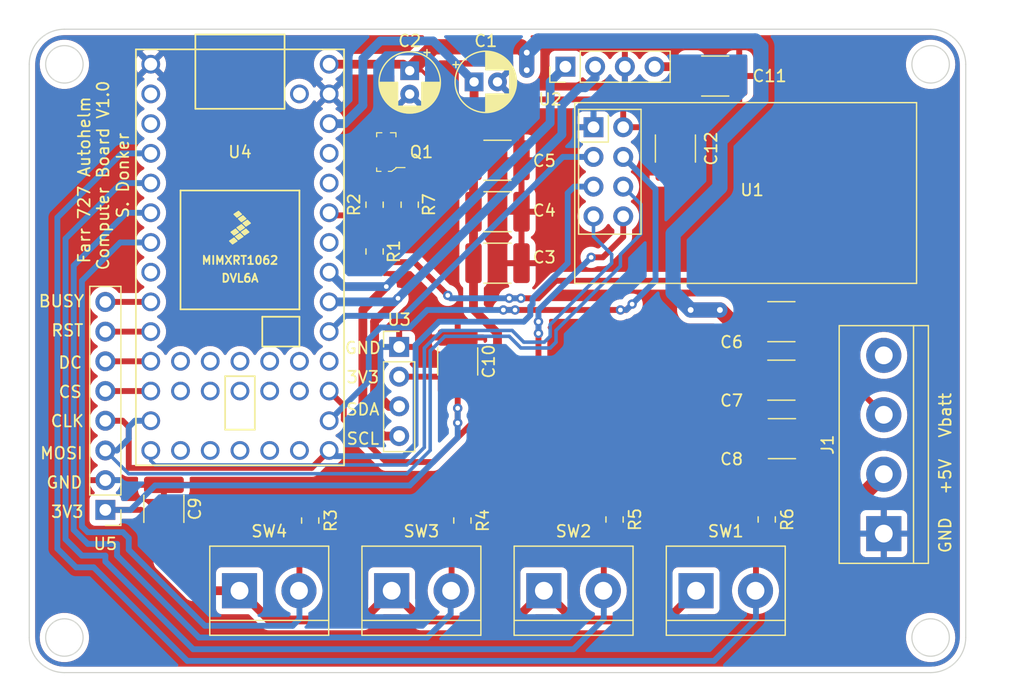
<source format=kicad_pcb>
(kicad_pcb (version 20211014) (generator pcbnew)
  (layers (0 "F.Cu" signal) (31 "B.Cu" signal) (34 "B.Paste" user) (35 "F.Paste" user) (36 "B.SilkS" user "B.Silkscreen") (37 "F.SilkS" user "F.Silkscreen") (38 "B.Mask" user) (39 "F.Mask" user) (44 "Edge.Cuts" user))
  (net 0 "")
  (net 1 "+3.3V")
  (net 2 "Earth")
  (net 3 "+5V")
  (net 4 "+4V")
  (net 6 "Net-(R3-Pad1)")
  (net 7 "Net-(U1-Pad4)")
  (net 8 "CLK")
  (net 9 "MOSI")
  (net 10 "MISO")
  (net 11 "Net-(U1-Pad8)")
  (net 12 "Net-(U2-Pad1)")
  (net 13 "Net-(U2-Pad2)")
  (net 23 "CS")
  (net 24 "DC")
  (net 25 "RST")
  (net 26 "BUSY")
  (net 39 "Net-(R4-Pad1)")
  (net 40 "Net-(R5-Pad1)")
  (net 41 "Net-(R6-Pad1)")
  (net 42 "Net-(Q1-Pad1)")
  (net 44 "CE")
  (net 46 "Net-(Q1-Pad3)")
  (net 47 "Net-(R1-Pad1)")
  (footprint "Connector_PinHeader_2.54mm:PinHeader_1x04_P2.54mm_Vertical" (layer "F.Cu") (at 131.6 94.16)
    (fp_text reference "U3" (at 0 -2.33) (layer "F.SilkS"))
    (fp_text value "RTC_DS3231M_breakout")
    (pad "1" thru_hole rect (at 0 0) (size 1.7 1.7) (drill 1) (layers *.Cu *.Mask) (net 2 "Earth"))
    (pad "2" thru_hole oval (at 0 2.54) (size 1.7 1.7) (drill 1) (layers *.Cu *.Mask) (net 1 "+3.3V"))
    (pad "3" thru_hole oval (at 0 5.08) (size 1.7 1.7) (drill 1) (layers *.Cu *.Mask) (net 13 "Net-(U2-Pad2)"))
    (pad "4" thru_hole oval (at 0 7.62) (size 1.7 1.7) (drill 1) (layers *.Cu *.Mask) (net 12 "Net-(U2-Pad1)"))
  )
  (footprint "Capacitor_SMD:C_1812_4532Metric" (layer "F.Cu") (at 164.3 102)
    (fp_text reference "C8" (at -4.3 1.75) (layer "F.SilkS"))
    (fp_text value "6.8uF")
    (pad "1" smd roundrect (at -2.05 0) (size 1.4 3.4) (layers "F.Cu" "F.Paste" "F.Mask") (roundrect_rratio 0.1785707143) (net 3 "+5V"))
    (pad "2" smd roundrect (at 2.05 0) (size 1.4 3.4) (layers "F.Cu" "F.Paste" "F.Mask") (roundrect_rratio 0.1785707143) (net 2 "Earth"))
  )
  (footprint "Resistor_SMD:R_0805_2012Metric" (layer "F.Cu") (at 163 108.9125 90)
    (fp_text reference "R6" (at 0 1.75 90) (layer "F.SilkS"))
    (fp_text value "10K")
    (pad "1" smd roundrect (at -0.9125 0 90) (size 1.025 1.4) (layers "F.Cu" "F.Paste" "F.Mask") (roundrect_rratio 0.243902439) (net 41 "Net-(R6-Pad1)"))
    (pad "2" smd roundrect (at 0.9125 0 90) (size 1.025 1.4) (layers "F.Cu" "F.Paste" "F.Mask") (roundrect_rratio 0.243902439) (net 2 "Earth"))
  )
  (footprint "TerminalBlock:TerminalBlock_bornier-4_P5.08mm" (layer "F.Cu") (at 173 110.12 90)
    (fp_text reference "J1" (at 7.6 -4.8 90) (layer "F.SilkS"))
    (fp_text value "Screw_Terminal_01x04")
    (pad "1" thru_hole rect (at 0 0 90) (size 3 3) (drill 1.52) (layers *.Cu *.Mask) (net 2 "Earth"))
    (pad "2" thru_hole circle (at 5.08 0 90) (size 3 3) (drill 1.52) (layers *.Cu *.Mask) (net 3 "+5V"))
    (pad "3" thru_hole circle (at 10.16 0 90) (size 3 3) (drill 1.52) (layers *.Cu *.Mask) (net 4 "+4V"))
    (pad "4" thru_hole circle (at 15.24 0 90) (size 3 3) (drill 1.52) (layers *.Cu *.Mask))
  )
  (footprint "digikey-footprints:SOT-23-3" (layer "F.Cu") (at 130.5 77.5 180)
    (fp_text reference "Q1" (at -3 0) (layer "F.SilkS"))
    (fp_text value "2N7002-7-F")
    (pad "1" smd rect locked (at -1.05 -0.95 180) (size 1.3 0.6) (layers "F.Cu" "F.Paste" "F.Mask") (net 42 "Net-(Q1-Pad1)"))
    (pad "2" smd rect locked (at -1.05 0.95 180) (size 1.3 0.6) (layers "F.Cu" "F.Paste" "F.Mask") (net 2 "Earth"))
    (pad "3" smd rect locked (at 1.05 0 180) (size 1.3 0.6) (layers "F.Cu" "F.Paste" "F.Mask") (net 46 "Net-(Q1-Pad3)"))
  )
  (footprint "teensy:Teensy40" (layer "F.Cu") (at 118 86.5 -90)
    (fp_text reference "U4" (at -9 0) (layer "F.SilkS"))
    (fp_text value "Teensy4.0")
    (fp_text user "DVL6A" (at 1.778 0) (layer "F.SilkS") (effects (font (size 0.7 0.7))))
    (fp_text user "MIMXRT1062" (at 0.254 0) (layer "F.SilkS") (effects (font (size 0.7 0.7))))
    (pad "1" thru_hole circle locked (at -16.51 7.62 270) (size 1.6 1.6) (drill 1.1) (layers *.Cu *.Mask) (net 2 "Earth"))
    (pad "2" thru_hole circle locked (at -13.97 7.62 270) (size 1.6 1.6) (drill 1.1) (layers *.Cu *.Mask))
    (pad "3" thru_hole circle locked (at -11.43 7.62 270) (size 1.6 1.6) (drill 1.1) (layers *.Cu *.Mask))
    (pad "4" thru_hole circle locked (at -8.89 7.62 270) (size 1.6 1.6) (drill 1.1) (layers *.Cu *.Mask) (net 41 "Net-(R6-Pad1)"))
    (pad "5" thru_hole circle locked (at -6.35 7.62 270) (size 1.6 1.6) (drill 1.1) (layers *.Cu *.Mask) (net 40 "Net-(R5-Pad1)"))
    (pad "6" thru_hole circle locked (at -3.81 7.62 270) (size 1.6 1.6) (drill 1.1) (layers *.Cu *.Mask) (net 39 "Net-(R4-Pad1)"))
    (pad "7" thru_hole circle locked (at -1.27 7.62 270) (size 1.6 1.6) (drill 1.1) (layers *.Cu *.Mask) (net 6 "Net-(R3-Pad1)"))
    (pad "8" thru_hole circle locked (at 1.27 7.62 270) (size 1.6 1.6) (drill 1.1) (layers *.Cu *.Mask))
    (pad "9" thru_hole circle locked (at 3.81 7.62 270) (size 1.6 1.6) (drill 1.1) (layers *.Cu *.Mask) (net 26 "BUSY"))
    (pad "10" thru_hole circle locked (at 6.35 7.62 270) (size 1.6 1.6) (drill 1.1) (layers *.Cu *.Mask) (net 25 "RST"))
    (pad "11" thru_hole circle locked (at 8.89 7.62 270) (size 1.6 1.6) (drill 1.1) (layers *.Cu *.Mask) (net 24 "DC"))
    (pad "12" thru_hole circle locked (at 11.43 7.62 270) (size 1.6 1.6) (drill 1.1) (layers *.Cu *.Mask) (net 23 "CS"))
    (pad "13" thru_hole circle locked (at 13.97 7.62 270) (size 1.6 1.6) (drill 1.1) (layers *.Cu *.Mask) (net 9 "MOSI"))
    (pad "14" thru_hole circle locked (at 16.51 7.62 270) (size 1.6 1.6) (drill 1.1) (layers *.Cu *.Mask) (net 10 "MISO"))
    (pad "15" thru_hole circle locked (at 16.51 5.08 270) (size 1.6 1.6) (drill 1.1) (layers *.Cu *.Mask))
    (pad "16" thru_hole circle locked (at 16.51 2.54 270) (size 1.6 1.6) (drill 1.1) (layers *.Cu *.Mask))
    (pad "17" thru_hole circle locked (at 16.51 0 270) (size 1.6 1.6) (drill 1.1) (layers *.Cu *.Mask))
    (pad "18" thru_hole circle locked (at 16.51 -2.54 270) (size 1.6 1.6) (drill 1.1) (layers *.Cu *.Mask))
    (pad "19" thru_hole circle locked (at 16.51 -5.08 270) (size 1.6 1.6) (drill 1.1) (layers *.Cu *.Mask))
    (pad "20" thru_hole circle locked (at 16.51 -7.62 270) (size 1.6 1.6) (drill 1.1) (layers *.Cu *.Mask) (net 8 "CLK"))
    (pad "21" thru_hole circle locked (at 13.97 -7.62 270) (size 1.6 1.6) (drill 1.1) (layers *.Cu *.Mask) (net 7 "Net-(U1-Pad4)"))
    (pad "22" thru_hole circle locked (at 11.43 -7.62 270) (size 1.6 1.6) (drill 1.1) (layers *.Cu *.Mask) (net 11 "Net-(U1-Pad8)"))
    (pad "23" thru_hole circle locked (at 8.89 -7.62 270) (size 1.6 1.6) (drill 1.1) (layers *.Cu *.Mask))
    (pad "24" thru_hole circle locked (at 6.35 -7.62 270) (size 1.6 1.6) (drill 1.1) (layers *.Cu *.Mask) (net 44 "CE"))
    (pad "25" thru_hole circle locked (at 3.81 -7.62 270) (size 1.6 1.6) (drill 1.1) (layers *.Cu *.Mask) (net 13 "Net-(U2-Pad2)"))
    (pad "26" thru_hole circle locked (at 1.27 -7.62 270) (size 1.6 1.6) (drill 1.1) (layers *.Cu *.Mask) (net 12 "Net-(U2-Pad1)"))
    (pad "27" thru_hole circle locked (at -1.27 -7.62 270) (size 1.6 1.6) (drill 1.1) (layers *.Cu *.Mask))
    (pad "28" thru_hole circle locked (at -3.81 -7.62 270) (size 1.6 1.6) (drill 1.1) (layers *.Cu *.Mask) (net 47 "Net-(R1-Pad1)"))
    (pad "29" thru_hole circle locked (at -6.35 -7.62 270) (size 1.6 1.6) (drill 1.1) (layers *.Cu *.Mask))
    (pad "30" thru_hole circle locked (at -8.89 -7.62 270) (size 1.6 1.6) (drill 1.1) (layers *.Cu *.Mask))
    (pad "31" thru_hole circle locked (at -11.43 -7.62 270) (size 1.6 1.6) (drill 1.1) (layers *.Cu *.Mask) (net 1 "+3.3V"))
    (pad "32" thru_hole circle locked (at -13.97 -7.62 270) (size 1.6 1.6) (drill 1.1) (layers *.Cu *.Mask) (net 2 "Earth"))
    (pad "33" thru_hole circle locked (at -16.51 -7.62 270) (size 1.6 1.6) (drill 1.1) (layers *.Cu *.Mask) (net 3 "+5V"))
    (pad "34" thru_hole circle locked (at -13.97 -5.08 270) (size 1.6 1.6) (drill 1.1) (layers *.Cu *.Mask))
    (pad "35" thru_hole circle locked (at 11.43 -5.08 270) (size 1.6 1.6) (drill 1.1) (layers *.Cu *.Mask))
    (pad "36" thru_hole circle locked (at 8.89 -5.08 270) (size 1.6 1.6) (drill 1.1) (layers *.Cu *.Mask))
    (pad "37" thru_hole circle locked (at 11.43 -2.54 270) (size 1.6 1.6) (drill 1.1) (layers *.Cu *.Mask))
    (pad "38" thru_hole circle locked (at 8.89 -2.54 270) (size 1.6 1.6) (drill 1.1) (layers *.Cu *.Mask))
    (pad "39" thru_hole circle locked (at 11.43 0 270) (size 1.6 1.6) (drill 1.1) (layers *.Cu *.Mask))
    (pad "40" thru_hole circle locked (at 8.89 0 270) (size 1.6 1.6) (drill 1.1) (layers *.Cu *.Mask))
    (pad "41" thru_hole circle locked (at 11.43 2.54 270) (size 1.6 1.6) (drill 1.1) (layers *.Cu *.Mask))
    (pad "42" thru_hole circle locked (at 8.89 2.54 270) (size 1.6 1.6) (drill 1.1) (layers *.Cu *.Mask))
    (pad "43" thru_hole circle locked (at 11.43 5.08 270) (size 1.6 1.6) (drill 1.1) (layers *.Cu *.Mask))
    (pad "44" thru_hole circle locked (at 8.89 5.08 270) (size 1.6 1.6) (drill 1.1) (layers *.Cu *.Mask))
  )
  (footprint "Resistor_SMD:R_0805_2012Metric" (layer "F.Cu") (at 129.5 86 -90)
    (fp_text reference "R1" (at 0 -1.65 90) (layer "F.SilkS"))
    (fp_text value "6.8K")
    (pad "1" smd roundrect (at -0.9125 0 270) (size 1.025 1.4) (layers "F.Cu" "F.Paste" "F.Mask") (roundrect_rratio 0.243902439) (net 47 "Net-(R1-Pad1)"))
    (pad "2" smd roundrect (at 0.9125 0 270) (size 1.025 1.4) (layers "F.Cu" "F.Paste" "F.Mask") (roundrect_rratio 0.243902439) (net 4 "+4V"))
  )
  (footprint "Capacitor_SMD:C_1812_4532Metric" (layer "F.Cu") (at 164.25 92)
    (fp_text reference "C6" (at -4.25 1.75) (layer "F.SilkS"))
    (fp_text value "6.8uF")
    (pad "1" smd roundrect (at -2.05 0) (size 1.4 3.4) (layers "F.Cu" "F.Paste" "F.Mask") (roundrect_rratio 0.1785707143) (net 3 "+5V"))
    (pad "2" smd roundrect (at 2.05 0) (size 1.4 3.4) (layers "F.Cu" "F.Paste" "F.Mask") (roundrect_rratio 0.1785707143) (net 2 "Earth"))
  )
  (footprint "Capacitor_SMD:C_1812_4532Metric" (layer "F.Cu") (at 140 78.2)
    (fp_text reference "C5" (at 4 0.05) (layer "F.SilkS"))
    (fp_text value "6.8uF")
    (pad "1" smd roundrect (at -2.05 0) (size 1.4 3.4) (layers "F.Cu" "F.Paste" "F.Mask") (roundrect_rratio 0.1785707143) (net 1 "+3.3V"))
    (pad "2" smd roundrect (at 2.05 0) (size 1.4 3.4) (layers "F.Cu" "F.Paste" "F.Mask") (roundrect_rratio 0.1785707143) (net 2 "Earth"))
  )
  (footprint "TerminalBlock:TerminalBlock_bornier-2_P5.08mm" (layer "F.Cu") (at 130.96 115)
    (fp_text reference "SW3" (at 2.54 -5.08) (layer "F.SilkS"))
    (fp_text value "SW_Push")
    (pad "1" thru_hole rect (at 0 0) (size 3 3) (drill 1.52) (layers *.Cu *.Mask) (net 1 "+3.3V"))
    (pad "2" thru_hole circle (at 5.08 0) (size 3 3) (drill 1.52) (layers *.Cu *.Mask) (net 39 "Net-(R4-Pad1)"))
  )
  (footprint "TerminalBlock:TerminalBlock_bornier-2_P5.08mm" (layer "F.Cu") (at 117.96 115)
    (fp_text reference "SW4" (at 2.54 -5.08) (layer "F.SilkS"))
    (fp_text value "SW_Push")
    (pad "1" thru_hole rect (at 0 0) (size 3 3) (drill 1.52) (layers *.Cu *.Mask) (net 1 "+3.3V"))
    (pad "2" thru_hole circle (at 5.08 0) (size 3 3) (drill 1.52) (layers *.Cu *.Mask) (net 6 "Net-(R3-Pad1)"))
  )
  (footprint "Resistor_SMD:R_0805_2012Metric" (layer "F.Cu") (at 132.5 82 -90)
    (fp_text reference "R7" (at 0 -1.65 90) (layer "F.SilkS"))
    (fp_text value "1K")
    (pad "1" smd roundrect (at -0.9125 0 270) (size 1.025 1.4) (layers "F.Cu" "F.Paste" "F.Mask") (roundrect_rratio 0.243902439) (net 3 "+5V"))
    (pad "2" smd roundrect (at 0.9125 0 270) (size 1.025 1.4) (layers "F.Cu" "F.Paste" "F.Mask") (roundrect_rratio 0.243902439) (net 42 "Net-(Q1-Pad1)"))
  )
  (footprint "TerminalBlock:TerminalBlock_bornier-2_P5.08mm" (layer "F.Cu") (at 143.96 115)
    (fp_text reference "SW2" (at 2.54 -5.08) (layer "F.SilkS"))
    (fp_text value "SW_Push")
    (pad "1" thru_hole rect (at 0 0) (size 3 3) (drill 1.52) (layers *.Cu *.Mask) (net 1 "+3.3V"))
    (pad "2" thru_hole circle (at 5.08 0) (size 3 3) (drill 1.52) (layers *.Cu *.Mask) (net 40 "Net-(R5-Pad1)"))
  )
  (footprint "TerminalBlock:TerminalBlock_bornier-2_P5.08mm" (layer "F.Cu") (at 156.96 115)
    (fp_text reference "SW1" (at 2.54 -5.08) (layer "F.SilkS"))
    (fp_text value "SW_Push")
    (pad "1" thru_hole rect (at 0 0) (size 3 3) (drill 1.52) (layers *.Cu *.Mask) (net 1 "+3.3V"))
    (pad "2" thru_hole circle (at 5.08 0) (size 3 3) (drill 1.52) (layers *.Cu *.Mask) (net 41 "Net-(R6-Pad1)"))
  )
  (footprint "Capacitor_SMD:C_1812_4532Metric" (layer "F.Cu") (at 164.25 97)
    (fp_text reference "C7" (at -4.25 1.75) (layer "F.SilkS"))
    (fp_text value "6.8uF")
    (pad "1" smd roundrect (at -2.05 0) (size 1.4 3.4) (layers "F.Cu" "F.Paste" "F.Mask") (roundrect_rratio 0.1785707143) (net 3 "+5V"))
    (pad "2" smd roundrect (at 2.05 0) (size 1.4 3.4) (layers "F.Cu" "F.Paste" "F.Mask") (roundrect_rratio 0.1785707143) (net 2 "Earth"))
  )
  (footprint "RF_Module:nRF24L01_Breakout" (layer "F.Cu") (at 148.2 75.375)
    (fp_text reference "U1" (at 13.55 5.375) (layer "F.SilkS"))
    (fp_text value "NRF24L01_Breakout")
    (pad "1" thru_hole rect (at 0 0) (size 1.7 1.7) (drill 1) (layers *.Cu *.Mask) (net 2 "Earth"))
    (pad "2" thru_hole circle (at 2.54 0) (size 1.7 1.7) (drill 1) (layers *.Cu *.Mask) (net 1 "+3.3V"))
    (pad "3" thru_hole circle (at 0 2.54) (size 1.7 1.7) (drill 1) (layers *.Cu *.Mask) (net 44 "CE"))
    (pad "4" thru_hole circle (at 2.54 2.54) (size 1.7 1.7) (drill 1) (layers *.Cu *.Mask) (net 7 "Net-(U1-Pad4)"))
    (pad "5" thru_hole circle (at 0 5.08) (size 1.7 1.7) (drill 1) (layers *.Cu *.Mask) (net 8 "CLK"))
    (pad "6" thru_hole circle (at 2.54 5.08) (size 1.7 1.7) (drill 1) (layers *.Cu *.Mask) (net 9 "MOSI"))
    (pad "7" thru_hole circle (at 0 7.62) (size 1.7 1.7) (drill 1) (layers *.Cu *.Mask) (net 10 "MISO"))
    (pad "8" thru_hole circle (at 2.54 7.62) (size 1.7 1.7) (drill 1) (layers *.Cu *.Mask) (net 11 "Net-(U1-Pad8)"))
  )
  (footprint "Capacitor_THT:CP_Radial_D5.0mm_P2.00mm" (layer "F.Cu") (at 132.5 70.544888 -90)
    (fp_text reference "C2" (at -2.544888 0) (layer "F.SilkS"))
    (fp_text value "220uF")
    (pad "1" thru_hole rect (at 0 0 270) (size 1.6 1.6) (drill 0.8) (layers *.Cu *.Mask) (net 3 "+5V"))
    (pad "2" thru_hole circle (at 2 0 270) (size 1.6 1.6) (drill 0.8) (layers *.Cu *.Mask) (net 2 "Earth"))
  )
  (footprint "Resistor_SMD:R_0805_2012Metric" (layer "F.Cu") (at 150 108.9125 90)
    (fp_text reference "R5" (at 0 1.75 90) (layer "F.SilkS"))
    (fp_text value "10K")
    (pad "1" smd roundrect (at -0.9125 0 90) (size 1.025 1.4) (layers "F.Cu" "F.Paste" "F.Mask") (roundrect_rratio 0.243902439) (net 40 "Net-(R5-Pad1)"))
    (pad "2" smd roundrect (at 0.9125 0 90) (size 1.025 1.4) (layers "F.Cu" "F.Paste" "F.Mask") (roundrect_rratio 0.243902439) (net 2 "Earth"))
  )
  (footprint "Resistor_SMD:R_0805_2012Metric" (layer "F.Cu") (at 124 109 90)
    (fp_text reference "R3" (at 0 1.75 90) (layer "F.SilkS"))
    (fp_text value "10K")
    (pad "1" smd roundrect (at -0.9125 0 90) (size 1.025 1.4) (layers "F.Cu" "F.Paste" "F.Mask") (roundrect_rratio 0.243902439) (net 6 "Net-(R3-Pad1)"))
    (pad "2" smd roundrect (at 0.9125 0 90) (size 1.025 1.4) (layers "F.Cu" "F.Paste" "F.Mask") (roundrect_rratio 0.243902439) (net 2 "Earth"))
  )
  (footprint "Capacitor_SMD:C_1812_4532Metric" (layer "F.Cu") (at 136.6 95.4 -90)
    (fp_text reference "C10" (at 0 -2.65 90) (layer "F.SilkS"))
    (fp_text value "0.1uF")
    (pad "1" smd roundrect (at -2.05 0 270) (size 1.4 3.4) (layers "F.Cu" "F.Paste" "F.Mask") (roundrect_rratio 0.1785707143) (net 2 "Earth"))
    (pad "2" smd roundrect (at 2.05 0 270) (size 1.4 3.4) (layers "F.Cu" "F.Paste" "F.Mask") (roundrect_rratio 0.1785707143) (net 1 "+3.3V"))
  )
  (footprint "Capacitor_SMD:C_1812_4532Metric" (layer "F.Cu") (at 111.5 108 -90)
    (fp_text reference "C9" (at 0 -2.65 90) (layer "F.SilkS"))
    (fp_text value "0.1uF")
    (pad "1" smd roundrect (at -2.05 0 270) (size 1.4 3.4) (layers "F.Cu" "F.Paste" "F.Mask") (roundrect_rratio 0.1785707143) (net 2 "Earth"))
    (pad "2" smd roundrect (at 2.05 0 270) (size 1.4 3.4) (layers "F.Cu" "F.Paste" "F.Mask") (roundrect_rratio 0.1785707143) (net 1 "+3.3V"))
  )
  (footprint "Capacitor_SMD:C_1812_4532Metric" (layer "F.Cu") (at 155.2 77.2 90)
    (fp_text reference "C12" (at 0 3.05 90) (layer "F.SilkS"))
    (fp_text value "0.1uF")
    (pad "1" smd roundrect (at -2.05 0 90) (size 1.4 3.4) (layers "F.Cu" "F.Paste" "F.Mask") (roundrect_rratio 0.1785707143) (net 2 "Earth"))
    (pad "2" smd roundrect (at 2.05 0 90) (size 1.4 3.4) (layers "F.Cu" "F.Paste" "F.Mask") (roundrect_rratio 0.1785707143) (net 1 "+3.3V"))
  )
  (footprint "Resistor_SMD:R_0805_2012Metric" (layer "F.Cu") (at 129.5 82 -90)
    (fp_text reference "R2" (at 0 1.75 90) (layer "F.SilkS"))
    (fp_text value "10K")
    (pad "1" smd roundrect (at -0.9125 0 270) (size 1.025 1.4) (layers "F.Cu" "F.Paste" "F.Mask") (roundrect_rratio 0.243902439) (net 46 "Net-(Q1-Pad3)"))
    (pad "2" smd roundrect (at 0.9125 0 270) (size 1.025 1.4) (layers "F.Cu" "F.Paste" "F.Mask") (roundrect_rratio 0.243902439) (net 47 "Net-(R1-Pad1)"))
  )
  (footprint "Connector_PinHeader_2.54mm:PinHeader_1x04_P2.54mm_Vertical" (layer "F.Cu") (at 145.8 70.2 90)
    (fp_text reference "U2" (at -2.8 -1.3) (layer "F.SilkS"))
    (fp_text value "MiniIMU-9_V5")
    (pad "1" thru_hole rect (at 0 0 90) (size 1.7 1.7) (drill 1) (layers *.Cu *.Mask) (net 12 "Net-(U2-Pad1)"))
    (pad "2" thru_hole oval (at 0 2.54 90) (size 1.7 1.7) (drill 1) (layers *.Cu *.Mask) (net 13 "Net-(U2-Pad2)"))
    (pad "3" thru_hole oval (at 0 5.08 90) (size 1.7 1.7) (drill 1) (layers *.Cu *.Mask) (net 2 "Earth"))
    (pad "4" thru_hole oval (at 0 7.62 90) (size 1.7 1.7) (drill 1) (layers *.Cu *.Mask) (net 1 "+3.3V"))
  )
  (footprint "Capacitor_SMD:C_1812_4532Metric" (layer "F.Cu") (at 158.6 71 180)
    (fp_text reference "C11" (at -4.65 0) (layer "F.SilkS"))
    (fp_text value "0.1uF")
    (pad "1" smd roundrect (at -2.05 0 180) (size 1.4 3.4) (layers "F.Cu" "F.Paste" "F.Mask") (roundrect_rratio 0.1785707143) (net 2 "Earth"))
    (pad "2" smd roundrect (at 2.05 0 180) (size 1.4 3.4) (layers "F.Cu" "F.Paste" "F.Mask") (roundrect_rratio 0.1785707143) (net 1 "+3.3V"))
  )
  (footprint "Capacitor_SMD:C_1812_4532Metric" (layer "F.Cu") (at 140 87)
    (fp_text reference "C3" (at 4 -0.5) (layer "F.SilkS"))
    (fp_text value "6.8uF")
    (pad "1" smd roundrect (at -2.05 0) (size 1.4 3.4) (layers "F.Cu" "F.Paste" "F.Mask") (roundrect_rratio 0.1785707143) (net 1 "+3.3V"))
    (pad "2" smd roundrect (at 2.05 0) (size 1.4 3.4) (layers "F.Cu" "F.Paste" "F.Mask") (roundrect_rratio 0.1785707143) (net 2 "Earth"))
  )
  (footprint "Resistor_SMD:R_0805_2012Metric" (layer "F.Cu") (at 137 109 90)
    (fp_text reference "R4" (at 0 1.75 90) (layer "F.SilkS"))
    (fp_text value "10K")
    (pad "1" smd roundrect (at -0.9125 0 90) (size 1.025 1.4) (layers "F.Cu" "F.Paste" "F.Mask") (roundrect_rratio 0.243902439) (net 39 "Net-(R4-Pad1)"))
    (pad "2" smd roundrect (at 0.9125 0 90) (size 1.025 1.4) (layers "F.Cu" "F.Paste" "F.Mask") (roundrect_rratio 0.243902439) (net 2 "Earth"))
  )
  (footprint "Capacitor_THT:CP_Radial_D5.0mm_P2.00mm" (layer "F.Cu") (at 138 71.5)
    (fp_text reference "C1" (at 1 -3.5) (layer "F.SilkS"))
    (fp_text value "220uF")
    (pad "1" thru_hole rect (at 0 0) (size 1.6 1.6) (drill 0.8) (layers *.Cu *.Mask) (net 1 "+3.3V"))
    (pad "2" thru_hole circle (at 2 0) (size 1.6 1.6) (drill 0.8) (layers *.Cu *.Mask) (net 2 "Earth"))
  )
  (footprint "Connector_PinHeader_2.54mm:PinHeader_1x08_P2.54mm_Vertical" (layer "F.Cu") (at 106.5 108.09 180)
    (fp_text reference "U5" (at 0 -2.91) (layer "F.SilkS"))
    (fp_text value "e-Paper_Waveshare")
    (pad "1" thru_hole rect (at 0 0 180) (size 1.7 1.7) (drill 1) (layers *.Cu *.Mask) (net 1 "+3.3V"))
    (pad "2" thru_hole oval (at 0 2.54 180) (size 1.7 1.7) (drill 1) (layers *.Cu *.Mask) (net 2 "Earth"))
    (pad "3" thru_hole oval (at 0 5.08 180) (size 1.7 1.7) (drill 1) (layers *.Cu *.Mask) (net 9 "MOSI"))
    (pad "4" thru_hole oval (at 0 7.62 180) (size 1.7 1.7) (drill 1) (layers *.Cu *.Mask) (net 8 "CLK"))
    (pad "5" thru_hole oval (at 0 10.16 180) (size 1.7 1.7) (drill 1) (layers *.Cu *.Mask) (net 23 "CS"))
    (pad "6" thru_hole oval (at 0 12.7 180) (size 1.7 1.7) (drill 1) (layers *.Cu *.Mask) (net 24 "DC"))
    (pad "7" thru_hole oval (at 0 15.24 180) (size 1.7 1.7) (drill 1) (layers *.Cu *.Mask) (net 25 "RST"))
    (pad "8" thru_hole oval (at 0 17.78 180) (size 1.7 1.7) (drill 1) (layers *.Cu *.Mask) (net 26 "BUSY"))
  )
  (footprint "Capacitor_SMD:C_1812_4532Metric" (layer "F.Cu") (at 140 82.6)
    (fp_text reference "C4" (at 4 -0.1) (layer "F.SilkS"))
    (fp_text value "6.8uF")
    (pad "1" smd roundrect (at -2.05 0) (size 1.4 3.4) (layers "F.Cu" "F.Paste" "F.Mask") (roundrect_rratio 0.1785707143) (net 1 "+3.3V"))
    (pad "2" smd roundrect (at 2.05 0) (size 1.4 3.4) (layers "F.Cu" "F.Paste" "F.Mask") (roundrect_rratio 0.1785707143) (net 2 "Earth"))
  )
  (gr_circle (center 177 70) (end 177 68.4) (layer "Edge.Cuts") (width 0.1) (fill none))
  (gr_arc (start 177 67) (mid 179.12132 67.87868) (end 180 70) (layer "Edge.Cuts") (width 0.1))
  (gr_arc (start 103 122) (mid 100.87868 121.12132) (end 100 119) (layer "Edge.Cuts") (width 0.1))
  (gr_line (start 100 70) (end 100 119) (layer "Edge.Cuts") (width 0.1))
  (gr_arc (start 100 70) (mid 100.87868 67.87868) (end 103 67) (layer "Edge.Cuts") (width 0.1))
  (gr_circle (center 177 119) (end 178.6 119) (layer "Edge.Cuts") (width 0.1) (fill none))
  (gr_line (start 103 67) (end 177 67) (layer "Edge.Cuts") (width 0.1))
  (gr_circle (center 103 119) (end 104.6 119) (layer "Edge.Cuts") (width 0.1) (fill none))
  (gr_circle (center 103 70) (end 103 68.4) (layer "Edge.Cuts") (width 0.1) (fill none))
  (gr_line (start 103 122) (end 177 122) (layer "Edge.Cuts") (width 0.1))
  (gr_arc (start 180 119) (mid 179.12132 121.12132) (end 177 122) (layer "Edge.Cuts") (width 0.1))
  (gr_line (start 180 119) (end 180 70) (layer "Edge.Cuts") (width 0.1))
  (gr_text "MOSI" (at 102.75 103.25) (layer "F.SilkS") (effects (font (size 1 1))))
  (gr_text "GND" (at 178.25 110.25 90) (layer "F.SilkS") (effects (font (size 1 1))))
  (gr_text "BUSY" (at 102.75 90.25) (layer "F.SilkS") (effects (font (size 1 1))))
  (gr_text "GND" (at 128.5 94.25) (layer "F.SilkS") (effects (font (size 1 1))))
  (gr_text "DC" (at 103.5 95.5) (layer "F.SilkS") (effects (font (size 1 1))))
  (gr_text "RST" (at 103.25 92.75) (layer "F.SilkS") (effects (font (size 1 1))))
  (gr_text "CLK\n" (at 103.25 100.5) (layer "F.SilkS") (effects (font (size 1 1))))
  (gr_text "SDA" (at 128.5 99.5) (layer "F.SilkS") (effects (font (size 1 1))))
  (gr_text "3V3" (at 128.5 96.75) (layer "F.SilkS") (effects (font (size 1 1))))
  (gr_text "GND" (at 103 105.75) (layer "F.SilkS") (effects (font (size 1 1))))
  (gr_text "CS" (at 103.5 98) (layer "F.SilkS") (effects (font (size 1 1))))
  (gr_text "Farr 727 Autohelm \nComputer Board V1.0\n" (at 105.5 79.5 90) (layer "F.SilkS") (effects (font (size 1 1))))
  (gr_text "SCL" (at 128.5 102) (layer "F.SilkS") (effects (font (size 1 1))))
  (gr_text "3V3" (at 103.25 108.25) (layer "F.SilkS") (effects (font (size 1 1))))
  (gr_text "Vbatt" (at 178.25 100 90) (layer "F.SilkS") (effects (font (size 1 1))))
  (gr_text "S. Donker" (at 108 79.5 90) (layer "F.SilkS") (effects (font (size 1 1))))
  (gr_text "+5V" (at 178.25 105.25 90) (layer "F.SilkS") (effects (font (size 1 1))))
  (segment (start 154.975 75.375) (end 155.2 75.15) (width 0.5) (layer "F.Cu") (net 1))
  (segment (start 138 78.15) (end 137.95 78.2) (width 0.75) (layer "F.Cu") (net 1))
  (segment (start 137.95 78.2) (end 137.95 82.6) (width 0.75) (layer "F.Cu") (net 1))
  (segment (start 131.6 96.7) (end 135.85 96.7) (width 0.5) (layer "F.Cu") (net 1))
  (segment (start 155.75 70.2) (end 156.55 71) (width 0.75) (layer "F.Cu") (net 1))
  (segment (start 133.5 117.5) (end 141.5 117.5) (width 0.75) (layer "F.Cu") (net 1))
  (segment (start 138 71.5) (end 138 78.15) (width 0.75) (layer "F.Cu") (net 1))
  (segment (start 136.6 97.45) (end 136.6 99.4) (width 0.5) (layer "F.Cu") (net 1))
  (segment (start 142.5 73) (end 137.95 77.55) (width 0.5) (layer "F.Cu") (net 1))
  (segment (start 155.2 75.15) (end 155.2 72.35) (width 0.5) (layer "F.Cu") (net 1))
  (segment (start 140 93) (end 140 94.05) (width 0.75) (layer "F.Cu") (net 1))
  (segment (start 120.5 117.5) (end 128.5 117.5) (width 0.75) (layer "F.Cu") (net 1))
  (segment (start 106.5 108.09) (end 109.54 108.09) (width 0.5) (layer "F.Cu") (net 1))
  (segment (start 118 115) (end 114 115) (width 0.75) (layer "F.Cu") (net 1))
  (segment (start 140 94.05) (end 136.6 97.45) (width 0.75) (layer "F.Cu") (net 1))
  (segment (start 150.74 73.74) (end 150 73) (width 0.5) (layer "F.Cu") (net 1))
  (segment (start 146.5 117.5) (end 154.5 117.5) (width 0.75) (layer "F.Cu") (net 1))
  (segment (start 137.95 87) (end 137.95 90.95) (width 0.75) (layer "F.Cu") (net 1))
  (segment (start 153.42 70.2) (end 155.75 70.2) (width 0.75) (layer "F.Cu") (net 1))
  (segment (start 155.2 72.35) (end 156.55 71) (width 0.5) (layer "F.Cu") (net 1))
  (segment (start 150.74 75.375) (end 154.975 75.375) (width 0.5) (layer "F.Cu") (net 1))
  (segment (start 111.5 112.5) (end 111.5 110.05) (width 0.75) (layer "F.Cu") (net 1))
  (segment (start 136.6 99.4) (end 136.6 100.4) (width 0.5) (layer "F.Cu") (net 1))
  (segment (start 135.85 96.7) (end 136.6 97.45) (width 0.5) (layer "F.Cu") (net 1))
  (segment (start 137.95 82.6) (end 137.95 87) (width 0.75) (layer "F.Cu") (net 1))
  (segment (start 150 73) (end 142.5 73) (width 0.5) (layer "F.Cu") (net 1))
  (segment (start 136.6 100.4) (end 136.6 100.65) (width 0.5) (layer "F.Cu") (net 1))
  (segment (start 144 115) (end 146.5 117.5) (width 0.75) (layer "F.Cu") (net 1))
  (segment (start 141.5 117.5) (end 144 115) (width 0.75) (layer "F.Cu") (net 1))
  (segment (start 114 115) (end 111.5 112.5) (width 0.75) (layer "F.Cu") (net 1))
  (segment (start 109.54 108.09) (end 111.5 110.05) (width 0.5) (layer "F.Cu") (net 1))
  (segment (start 137.95 77.55) (end 137.95 78.2) (width 0.5) (layer "F.Cu") (net 1))
  (segment (start 131 115) (end 133.5 117.5) (width 0.75) (layer "F.Cu") (net 1))
  (segment (start 118 115) (end 120.5 117.5) (width 0.75) (layer "F.Cu") (net 1))
  (segment (start 154.5 117.5) (end 157 115) (width 0.75) (layer "F.Cu") (net 1))
  (segment (start 137.95 90.95) (end 140 93) (width 0.75) (layer "F.Cu") (net 1))
  (segment (start 128.5 117.5) (end 131 115) (width 0.75) (layer "F.Cu") (net 1))
  (segment (start 150.74 75.375) (end 150.74 73.74) (width 0.5) (layer "F.Cu") (net 1))
  (via (at 136.6 100.65) (size 0.8) (drill 0.4) (layers "F.Cu" "B.Cu") (net 1))
  (via (at 136.6 99.4) (size 0.8) (drill 0.4) (layers "F.Cu" "B.Cu") (net 1))
  (segment (start 125.62 75.07) (end 126.93 75.07) (width 0.75) (layer "B.Cu") (net 1))
  (segment (start 126.93 75.07) (end 128.5 73.5) (width 0.75) (layer "B.Cu") (net 1))
  (segment (start 136.6 99.4) (end 136.6 101.9) (width 0.5) (layer "B.Cu") (net 1))
  (segment (start 128.5 69.5) (end 130 68) (width 0.75) (layer "B.Cu") (net 1))
  (segment (start 134.5 68) (end 138 71.5) (width 0.75) (layer "B.Cu") (net 1))
  (segment (start 130 68) (end 134.5 68) (width 0.75) (layer "B.Cu") (net 1))
  (segment (start 132.5 106) (end 110.75 106) (width 0.5) (layer "B.Cu") (net 1))
  (segment (start 128.5 73.5) (end 128.5 69.5) (width 0.75) (layer "B.Cu") (net 1))
  (segment (start 110.75 106) (end 108.66 108.09) (width 0.5) (layer "B.Cu") (net 1))
  (segment (start 108.66 108.09) (end 106.5 108.09) (width 0.5) (layer "B.Cu") (net 1))
  (segment (start 136.6 101.9) (end 132.5 106) (width 0.5) (layer "B.Cu") (net 1))
  (segment (start 162.25 102) (end 162.25 97.05) (width 1.3) (layer "F.Cu") (net 3))
  (segment (start 166 107) (end 162.25 103.25) (width 1.3) (layer "F.Cu") (net 3))
  (segment (start 142 68.5) (end 134.544888 68.5) (width 1.3) (layer "F.Cu") (net 3))
  (segment (start 162.25 97.05) (end 162.2 97) (width 1.3) (layer "F.Cu") (net 3))
  (segment (start 171.04 107) (end 166 107) (width 1.3) (layer "F.Cu") (net 3))
  (segment (start 173 105.04) (end 171.04 107) (width 1.3) (layer "F.Cu") (net 3))
  (segment (start 125.62 69.99) (end 131.945112 69.99) (width 0.75) (layer "F.Cu") (net 3))
  (segment (start 159 91) (end 156.5 91) (width 1.3) (layer "F.Cu") (net 3))
  (segment (start 133 75) (end 134 74) (width 0.3) (layer "F.Cu") (net 3))
  (segment (start 162.25 103.25) (end 162.25 102) (width 1.3) (layer "F.Cu") (net 3))
  (segment (start 162.2 92) (end 160 92) (width 1.3) (layer "F.Cu") (net 3))
  (segment (start 162.2 97) (end 162.2 92) (width 1.3) (layer "F.Cu") (net 3))
  (segment (start 134 71) (end 133.544888 70.544888) (width 0.3) (layer "F.Cu") (net 3))
  (segment (start 142.5 69) (end 142 68.5) (width 1.3) (layer "F.Cu") (net 3))
  (segment (start 131.945112 69.99) (end 132.5 70.544888) (width 0.75) (layer "F.Cu") (net 3))
  (segment (start 132.5 81.0875) (end 133 80.5875) (width 0.3) (layer "F.Cu") (net 3))
  (segment (start 142.5 70.5) (end 142.5 69) (width 1.3) (layer "F.Cu") (net 3))
  (segment (start 160 92) (end 159 91) (width 1.3) (layer "F.Cu") (net 3))
  (segment (start 133.544888 70.544888) (end 132.5 70.544888) (width 0.3) (layer "F.Cu") (net 3))
  (segment (start 134 74) (end 134 71) (width 0.3) (layer "F.Cu") (net 3))
  (segment (start 134.544888 68.5) (end 132.5 70.544888) (width 1.3) (layer "F.Cu") (net 3))
  (segment (start 133 80.5875) (end 133 75) (width 0.3) (layer "F.Cu") (net 3))
  (via (at 156.5 91) (size 1) (drill 0.5) (layers "F.Cu" "B.Cu") (net 3))
  (via (at 159 91) (size 1) (drill 0.5) (layers "F.Cu" "B.Cu") (net 3))
  (via (at 142.5 70.5) (size 1) (drill 0.5) (layers "F.Cu" "B.Cu") (net 3))
  (via (at 142.5 69) (size 1) (drill 0.5) (layers "F.Cu" "B.Cu") (net 3))
  (segment (start 156.5 91) (end 159 91) (width 1.3) (layer "B.Cu") (net 3))
  (segment (start 143.5 68) (end 142.5 69) (width 1.3) (layer "B.Cu") (net 3))
  (segment (start 156.5 91) (end 155 89.5) (width 1.3) (layer "B.Cu") (net 3))
  (segment (start 155 89.5) (end 155 84.5) (width 1.3) (layer "B.Cu") (net 3))
  (segment (start 162.5 68.5) (end 162 68) (width 1.3) (layer "B.Cu") (net 3))
  (segment (start 155 84.5) (end 159 80.5) (width 1.3) (layer "B.Cu") (net 3))
  (segment (start 159 80.5) (end 159 76.5) (width 1.3) (layer "B.Cu") (net 3))
  (segment (start 162 68) (end 143.5 68) (width 1.3) (layer "B.Cu") (net 3))
  (segment (start 159 76.5) (end 162.5 73) (width 1.3) (layer "B.Cu") (net 3))
  (segment (start 142.5 70.5) (end 142.5 69) (width 1.3) (layer "B.Cu") (net 3))
  (segment (start 162.5 73) (end 162.5 68.5) (width 1.3) (layer "B.Cu") (net 3))
  (segment (start 169.5 96.46) (end 169.5 91) (width 0.5) (layer "F.Cu") (net 4))
  (segment (start 145 88.5) (end 143.5 90) (width 0.5) (layer "F.Cu") (net 4))
  (segment (start 135.5 89.5) (end 135.75 89.75) (width 0.5) (layer "F.Cu") (net 4))
  (segment (start 132.9125 86.9125) (end 129.5 86.9125) (width 0.5) (layer "F.Cu") (net 4))
  (segment (start 142 90) (end 141 90) (width 0.5) (layer "F.Cu") (net 4))
  (segment (start 167 88.5) (end 145 88.5) (width 0.5) (layer "F.Cu") (net 4))
  (segment (start 135.5 89.5) (end 135.25 89.25) (width 0.5) (layer "F.Cu") (net 4))
  (segment (start 135.25 89.25) (end 132.9125 86.9125) (width 0.5) (layer "F.Cu") (net 4))
  (segment (start 143.5 90) (end 142 90) (width 0.5) (layer "F.Cu") (net 4))
  (segment (start 173 99.96) (end 169.5 96.46) (width 0.5) (layer "F.Cu") (net 4))
  (segment (start 169.5 91) (end 167 88.5) (width 0.5) (layer "F.Cu") (net 4))
  (via (at 135.75 89.75) (size 0.8) (drill 0.4) (layers "F.Cu" "B.Cu") (net 4))
  (via (at 141 90) (size 0.8) (drill 0.4) (layers "F.Cu" "B.Cu") (net 4))
  (via (at 142 90) (size 0.8) (drill 0.4) (layers "F.Cu" "B.Cu") (net 4))
  (segment (start 135.75 89.75) (end 136 90) (width 0.5) (layer "B.Cu") (net 4))
  (segment (start 142 90) (end 136 90) (width 0.5) (layer "B.Cu") (net 4))
  (segment (start 123.08 115) (end 123.08 110.8325) (width 0.5) (layer "F.Cu") (net 6))
  (segment (start 123.08 110.8325) (end 124 109.9125) (width 0.5) (layer "F.Cu") (net 6))
  (segment (start 115 118) (end 108.5 111.5) (width 0.5) (layer "B.Cu") (net 6))
  (segment (start 108.5 111.5) (end 108.5 110.5) (width 0.5) (layer "B.Cu") (net 6))
  (segment (start 107.77 85.23) (end 110.38 85.23) (width 0.5) (layer "B.Cu") (net 6))
  (segment (start 104.5 88.5) (end 107.77 85.23) (width 0.5) (layer "B.Cu") (net 6))
  (segment (start 122.5 118) (end 115 118) (width 0.5) (layer "B.Cu") (net 6))
  (segment (start 104.5 109.5) (end 104.5 88.5) (width 0.5) (layer "B.Cu") (net 6))
  (segment (start 105 110) (end 104.5 109.5) (width 0.5) (layer "B.Cu") (net 6))
  (segment (start 108.5 110.5) (end 108 110) (width 0.5) (layer "B.Cu") (net 6))
  (segment (start 108 110) (end 105 110) (width 0.5) (layer "B.Cu") (net 6))
  (segment (start 123.08 115) (end 123.08 117.42) (width 0.5) (layer "B.Cu") (net 6))
  (segment (start 123.08 117.42) (end 122.5 118) (width 0.5) (layer "B.Cu") (net 6))
  (segment (start 151.5 90.5) (end 151 91) (width 0.5) (layer "F.Cu") (net 7))
  (segment (start 140.5 91) (end 141.5 91) (width 0.5) (layer "F.Cu") (net 7))
  (segment (start 150.5 91) (end 151 91) (width 0.5) (layer "F.Cu") (net 7))
  (segment (start 141.5 91) (end 150.5 91) (width 0.5) (layer "F.Cu") (net 7))
  (via (at 140.5 91) (size 0.8) (drill 0.4) (layers "F.Cu" "B.Cu") (net 7))
  (via (at 141.5 91) (size 0.8) (drill 0.4) (layers "F.Cu" "B.Cu") (net 7))
  (via (at 150.5 91) (size 0.8) (drill 0.4) (layers "F.Cu" "B.Cu") (net 7))
  (via (at 151.5 90.5) (size 0.8) (drill 0.4) (layers "F.Cu" "B.Cu") (net 7))
  (segment (start 151.5 90.5) (end 151 91) (width 0.5) (layer "B.Cu") (net 7))
  (segment (start 150.74 77.915) (end 153.5 80.675) (width 0.5) (layer "B.Cu") (net 7))
  (segment (start 134 91) (end 132.5 92.5) (width 0.5) (layer "B.Cu") (net 7))
  (segment (start 140.5 91) (end 141.5 91) (width 0.5) (layer "B.Cu") (net 7))
  (segment (start 130 92.5) (end 129 93.5) (width 0.5) (layer "B.Cu") (net 7))
  (segment (start 129 97.09) (end 125.62 100.47) (width 0.5) (layer "B.Cu") (net 7))
  (segment (start 153.5 80.675) (end 153.5 88.5) (width 0.5) (layer "B.Cu") (net 7))
  (segment (start 153.5 88.5) (end 151.5 90.5) (width 0.5) (layer "B.Cu") (net 7))
  (segment (start 135 91) (end 134 91) (width 0.5) (layer "B.Cu") (net 7))
  (segment (start 132.5 92.5) (end 130 92.5) (width 0.5) (layer "B.Cu") (net 7))
  (segment (start 135 91) (end 140.5 91) (width 0.5) (layer "B.Cu") (net 7))
  (segment (start 129 93.5) (end 129 97.09) (width 0.5) (layer "B.Cu") (net 7))
  (segment (start 108.5 101) (end 108.5 104.5) (width 0.5) (layer "F.Cu") (net 8))
  (segment (start 124.13 104.5) (end 125.62 103.01) (width 0.5) (layer "F.Cu") (net 8))
  (segment (start 108.5 104.5) (end 124.13 104.5) (width 0.5) (layer "F.Cu") (net 8))
  (segment (start 107.97 100.47) (end 108.5 101) (width 0.5) (layer "F.Cu") (net 8))
  (segment (start 106.5 100.47) (end 107.97 100.47) (width 0.5) (layer "F.Cu") (net 8))
  (segment (start 143 90) (end 146 87) (width 0.5) (layer "B.Cu") (net 8))
  (segment (start 142.8 90.710051) (end 143 90.510051) (width 0.5) (layer "B.Cu") (net 8))
  (segment (start 132 103.5) (end 133 102.5) (width 0.5) (layer "B.Cu") (net 8))
  (segment (start 146 81) (end 146.545 80.455) (width 0.5) (layer "B.Cu") (net 8))
  (segment (start 142.8 91.45) (end 142.8 90.710051) (width 0.5) (layer "B.Cu") (net 8))
  (segment (start 135 92) (end 142.25 92) (width 0.5) (layer "B.Cu") (net 8))
  (segment (start 126.11 103.5) (end 132 103.5) (width 0.5) (layer "B.Cu") (net 8))
  (segment (start 125.62 103.01) (end 126.11 103.5) (width 0.5) (layer "B.Cu") (net 8))
  (segment (start 146.545 80.455) (end 148.2 80.455) (width 0.5) (layer "B.Cu") (net 8))
  (segment (start 133 102.5) (end 133 94) (width 0.5) (layer "B.Cu") (net 8))
  (segment (start 146 87) (end 146 81) (width 0.5) (layer "B.Cu") (net 8))
  (segment (start 133 94) (end 135 92) (width 0.5) (layer "B.Cu") (net 8))
  (segment (start 143 90.510051) (end 143 90) (width 0.5) (layer "B.Cu") (net 8))
  (segment (start 142.25 92) (end 142.8 91.45) (width 0.5) (layer "B.Cu") (net 8))
  (segment (start 132.25 105) (end 108.49 105) (width 0.3) (layer "B.Cu") (net 9))
  (segment (start 150.74 80.455) (end 152.25 81.965) (width 0.3) (layer "B.Cu") (net 9))
  (segment (start 141 93.25) (end 135.5 93.25) (width 0.3) (layer "B.Cu") (net 9))
  (segment (start 134.25 103) (end 132.25 105) (width 0.3) (layer "B.Cu") (net 9))
  (segment (start 108.49 105) (end 106.5 103.01) (width 0.3) (layer "B.Cu") (net 9))
  (segment (start 108.5 101) (end 109.03 100.47) (width 0.5) (layer "B.Cu") (net 9))
  (segment (start 135.5 93.25) (end 134.25 94.5) (width 0.3) (layer "B.Cu") (net 9))
  (segment (start 145 93.75) (end 144.5 94.25) (width 0.3) (layer "B.Cu") (net 9))
  (segment (start 152.25 81.965) (end 152.25 84.5) (width 0.3) (layer "B.Cu") (net 9))
  (segment (start 106.5 103.01) (end 107.49 103.01) (width 0.5) (layer "B.Cu") (net 9))
  (segment (start 152.25 84.5) (end 150.5 86.25) (width 0.3) (layer "B.Cu") (net 9))
  (segment (start 108.5 102) (end 108.5 101) (width 0.5) (layer "B.Cu") (net 9))
  (segment (start 142 94.25) (end 141 93.25) (width 0.3) (layer "B.Cu") (net 9))
  (segment (start 107.49 103.01) (end 108.5 102) (width 0.5) (layer "B.Cu") (net 9))
  (segment (start 145 92.75) (end 145 93.75) (width 0.3) (layer "B.Cu") (net 9))
  (segment (start 109.03 100.47) (end 110.38 100.47) (width 0.5) (layer "B.Cu") (net 9))
  (segment (start 144.5 94.25) (end 142 94.25) (width 0.3) (layer "B.Cu") (net 9))
  (segment (start 150.5 87.25) (end 145 92.75) (width 0.3) (layer "B.Cu") (net 9))
  (segment (start 134.25 94.5) (end 134.25 103) (width 0.3) (layer "B.Cu") (net 9))
  (segment (start 150.5 86.25) (end 150.5 87.25) (width 0.3) (layer "B.Cu") (net 9))
  (segment (start 149.75 87) (end 144.5 92.25) (width 0.3) (layer "B.Cu") (net 10))
  (segment (start 110.38 103.88) (end 110.38 103.01) (width 0.3) (layer "B.Cu") (net 10))
  (segment (start 148.2 82.995) (end 148.2 84.7) (width 0.3) (layer "B.Cu") (net 10))
  (segment (start 110.75 104.25) (end 110.38 103.88) (width 0.3) (layer "B.Cu") (net 10))
  (segment (start 144.5 92.25) (end 144.5 93.25) (width 0.3) (layer "B.Cu") (net 10))
  (segment (start 133.75 102.75) (end 132.25 104.25) (width 0.3) (layer "B.Cu") (net 10))
  (segment (start 142.25 93.75) (end 141.25 92.75) (width 0.3) (layer "B.Cu") (net 10))
  (segment (start 135.25 92.75) (end 133.75 94.25) (width 0.3) (layer "B.Cu") (net 10))
  (segment (start 144.5 93.25) (end 144 93.75) (width 0.3) (layer "B.Cu") (net 10))
  (segment (start 144 93.75) (end 142.25 93.75) (width 0.3) (layer "B.Cu") (net 10))
  (segment (start 132.25 104.25) (end 110.75 104.25) (width 0.3) (layer "B.Cu") (net 10))
  (segment (start 141.25 92.75) (end 135.25 92.75) (width 0.3) (layer "B.Cu") (net 10))
  (segment (start 149.75 86.25) (end 149.75 87) (width 0.3) (layer "B.Cu") (net 10))
  (segment (start 148.2 84.7) (end 149.75 86.25) (width 0.3) (layer "B.Cu") (net 10))
  (segment (start 133.75 94.25) (end 133.75 102.75) (width 0.3) (layer "B.Cu") (net 10))
  (segment (start 126.87 99.18) (end 126.87 100.37) (width 0.5) (layer "F.Cu") (net 11))
  (segment (start 149 86.5) (end 150.74 84.76) (width 0.5) (layer "F.Cu") (net 11))
  (segment (start 134.5 104) (end 143.5 95) (width 0.5) (layer "F.Cu") (net 11))
  (segment (start 150.74 84.76) (end 150.74 82.995) (width 0.5) (layer "F.Cu") (net 11))
  (segment (start 143.5 95) (end 143.5 93) (width 0.5) (layer "F.Cu") (net 11))
  (segment (start 125.62 97.93) (end 126.87 99.18) (width 0.5) (layer "F.Cu") (net 11))
  (segment (start 126.87 100.37) (end 129 102.5) (width 0.5) (layer "F.Cu") (net 11))
  (segment (start 130.5 104) (end 134.5 104) (width 0.5) (layer "F.Cu") (net 11))
  (segment (start 143.5 93) (end 143.5 92) (width 0.5) (layer "F.Cu") (net 11))
  (segment (start 129 102.5) (end 130.5 104) (width 0.5) (layer "F.Cu") (net 11))
  (segment (start 148 86.5) (end 149 86.5) (width 0.5) (layer "F.Cu") (net 11))
  (via (at 143.5 93) (size 0.8) (drill 0.4) (layers "F.Cu" "B.Cu") (net 11))
  (via (at 143.5 92) (size 0.8) (drill 0.4) (layers "F.Cu" "B.Cu") (net 11))
  (via (at 148 86.5) (size 0.8) (drill 0.4) (layers "F.Cu" "B.Cu") (net 11))
  (segment (start 143.5 91) (end 148 86.5) (width 0.5) (layer "B.Cu") (net 11))
  (segment (start 143.5 93) (end 143.5 91) (width 0.5) (layer "B.Cu") (net 11))
  (segment (start 128.5 100) (end 128.5 91) (width 0.75) (layer "F.Cu") (net 12))
  (segment (start 130.28 101.78) (end 128.5 100) (width 0.75) (layer "F.Cu") (net 12))
  (segment (start 128.5 91) (end 130.5 89) (width 0.75) (layer "F.Cu") (net 12))
  (segment (start 131.6 101.78) (end 130.28 101.78) (width 0.75) (layer "F.Cu") (net 12))
  (via (at 130.5 89) (size 0.8) (drill 0.4) (layers "F.Cu" "B.Cu") (net 12))
  (segment (start 144.5 71.5) (end 145.8 70.2) (width 0.75) (layer "B.Cu") (net 12))
  (segment (start 130.5 89) (end 144.5 75) (width 0.75) (layer "B.Cu") (net 12))
  (segment (start 126.85 89) (end 130.5 89) (width 0.75) (layer "B.Cu") (net 12))
  (segment (start 144.5 75) (end 144.5 71.5) (width 0.75) (layer "B.Cu") (net 12))
  (segment (start 125.62 87.77) (end 126.85 89) (width 0.75) (layer "B.Cu") (net 12))
  (segment (start 130.74 99.24) (end 131.6 99.24) (width 0.75) (layer "F.Cu") (net 13))
  (segment (start 131.5 90) (end 129.5 92) (width 0.75) (layer "F.Cu") (net 13))
  (segment (start 129.5 92) (end 129.5 98) (width 0.75) (layer "F.Cu") (net 13))
  (segment (start 129.5 98) (end 130.74 99.24) (width 0.75) (layer "F.Cu") (net 13))
  (via (at 131.5 90) (size 0.8) (drill 0.4) (layers "F.Cu" "B.Cu") (net 13))
  (segment (start 125.62 90.31) (end 131.19 90.31) (width 0.75) (layer "B.Cu") (net 13))
  (segment (start 145.5 73.5) (end 147 72) (width 0.75) (layer "B.Cu") (net 13))
  (segment (start 147.5 72) (end 148.34 71.16) (width 0.75) (layer "B.Cu") (net 13))
  (segment (start 131.19 90.31) (end 145.5 76) (width 0.75) (layer "B.Cu") (net 13))
  (segment (start 148.34 71.16) (end 148.34 70.2) (width 0.75) (layer "B.Cu") (net 13))
  (segment (start 145.5 76) (end 145.5 73.5) (width 0.75) (layer "B.Cu") (net 13))
  (segment (start 147 72) (end 147.5 72) (width 0.75) (layer "B.Cu") (net 13))
  (segment (start 106.5 97.93) (end 110.38 97.93) (width 0.5) (layer "F.Cu") (net 23))
  (segment (start 106.5 95.39) (end 110.38 95.39) (width 0.5) (layer "F.Cu") (net 24))
  (segment (start 106.5 92.85) (end 110.38 92.85) (width 0.5) (layer "F.Cu") (net 25))
  (segment (start 106.5 90.31) (end 110.38 90.31) (width 0.5) (layer "F.Cu") (net 26))
  (segment (start 136.08 110.745) (end 137 109.825) (width 0.5) (layer "F.Cu") (net 39))
  (segment (start 136.08 115) (end 136.08 110.745) (width 0.5) (layer "F.Cu") (net 39))
  (segment (start 134 119) (end 114.5 119) (width 0.5) (layer "B.Cu") (net 39))
  (segment (start 136 117) (end 134 119) (width 0.5) (layer "B.Cu") (net 39))
  (segment (start 105 111) (end 103.8 109.8) (width 0.5) (layer "B.Cu") (net 39))
  (segment (start 136.08 115) (end 136 115.08) (width 0.5) (layer "B.Cu") (net 39))
  (segment (start 103.8 87.2) (end 108.31 82.69) (width 0.5) (layer "B.Cu") (net 39))
  (segment (start 108.31 82.69) (end 110.38 82.69) (width 0.5) (layer "B.Cu") (net 39))
  (segment (start 114.5 119) (end 107.5 112) (width 0.5) (layer "B.Cu") (net 39))
  (segment (start 136 115.08) (end 136 117) (width 0.5) (layer "B.Cu") (net 39))
  (segment (start 103.8 109.8) (end 103.8 87.2) (width 0.5) (layer "B.Cu") (net 39))
  (segment (start 107.5 111) (end 105 111) (width 0.5) (layer "B.Cu") (net 39))
  (segment (start 107.5 112) (end 107.5 111) (width 0.5) (layer "B.Cu") (net 39))
  (segment (start 149.08 115) (end 149.08 110.8325) (width 0.5) (layer "F.Cu") (net 40))
  (segment (start 149.08 110.8325) (end 150 109.9125) (width 0.5) (layer "F.Cu") (net 40))
  (segment (start 104.5 112) (end 103.1 110.6) (width 0.5) (layer "B.Cu") (net 40))
  (segment (start 107.85 80.15) (end 110.38 80.15) (width 0.5) (layer "B.Cu") (net 40))
  (segment (start 149.08 115) (end 149.08 117.42) (width 0.5) (layer "B.Cu") (net 40))
  (segment (start 103.1 84.9) (end 107.85 80.15) (width 0.5) (layer "B.Cu") (net 40))
  (segment (start 149.08 117.42) (end 146.5 120) (width 0.5) (layer "B.Cu") (net 40))
  (segment (start 103.1 110.6) (end 103.1 84.9) (width 0.5) (layer "B.Cu") (net 40))
  (segment (start 106.5 112) (end 104.5 112) (width 0.5) (layer "B.Cu") (net 40))
  (segment (start 106.5 112.5) (end 106.5 112) (width 0.5) (layer "B.Cu") (net 40))
  (segment (start 146.5 120) (end 114 120) (width 0.5) (layer "B.Cu") (net 40))
  (segment (start 114 120) (end 106.5 112.5) (width 0.5) (layer "B.Cu") (net 40))
  (segment (start 162.08 115) (end 162.08 110.745) (width 0.5) (layer "F.Cu") (net 41))
  (segment (start 162.08 110.745) (end 163 109.825) (width 0.5) (layer "F.Cu") (net 41))
  (segment (start 104 113) (end 102.4 111.4) (width 0.5) (layer "B.Cu") (net 41))
  (segment (start 105.5 113) (end 104 113) (width 0.5) (layer "B.Cu") (net 41))
  (segment (start 162.08 115) (end 162.08 117.42) (width 0.5) (layer "B.Cu") (net 41))
  (segment (start 158.5 121) (end 113.5 121) (width 0.5) (layer "B.Cu") (net 41))
  (segment (start 107.89 77.61) (end 110.38 77.61) (width 0.5) (layer "B.Cu") (net 41))
  (segment (start 102.4 83.1) (end 107.89 77.61) (width 0.5) (layer "B.Cu") (net 41))
  (segment (start 162.08 117.42) (end 158.5 121) (width 0.5) (layer "B.Cu") (net 41))
  (segment (start 113.5 121) (end 105.5 113) (width 0.5) (layer "B.Cu") (net 41))
  (segment (start 102.4 111.4) (end 102.4 83.1) (width 0.5) (layer "B.Cu") (net 41))
  (segment (start 131 81.4125) (end 131 79) (width 0.3) (layer "F.Cu") (net 42))
  (segment (start 132.5 82.9125) (end 131 81.4125) (width 0.3) (layer "F.Cu") (net 42))
  (segment (start 131 79) (end 131.55 78.45) (width 0.3) (layer "F.Cu") (net 42))
  (segment (start 126.97 91.5) (end 132 91.5) (width 0.5) (layer "B.Cu") (net 44))
  (segment (start 125.62 92.85) (end 126.97 91.5) (width 0.5) (layer "B.Cu") (net 44))
  (segment (start 132 91.5) (end 145.585 77.915) (width 0.5) (layer "B.Cu") (net 44))
  (segment (start 145.585 77.915) (end 148.2 77.915) (width 0.5) (layer "B.Cu") (net 44))
  (segment (start 129.5 77.55) (end 129.45 77.5) (width 0.5) (layer "F.Cu") (net 46))
  (segment (start 129.5 81.0875) (end 129.5 77.55) (width 0.5) (layer "F.Cu") (net 46))
  (segment (start 129.5 85.0875) (end 129.5 82.9125) (width 0.5) (layer "F.Cu") (net 47))
  (segment (start 129.5 82.9125) (end 125.8425 82.9125) (width 0.5) (layer "F.Cu") (net 47))
  (segment (start 125.8425 82.9125) (end 125.62 82.69) (width 0.5) (layer "F.Cu") (net 47))
  (zone (net 2) (net_name "Earth") (layer "F.Cu") (connect_pads (clearance 0.508)) (min_thickness 0.254) (fill yes (thermal_gap 0.508) (thermal_bridge_width 0.508))
    (polygon (pts (xy 185 123) (xy 97.5 123) (xy 97.5 65) (xy 185 64.5)))
  )
  (zone (net 2) (net_name "Earth") (layer "B.Cu") (connect_pads (clearance 0.508)) (min_thickness 0.254) (fill yes (thermal_gap 0.508) (thermal_bridge_width 0.508))
    (polygon (pts (xy 185 123) (xy 97.5 123) (xy 97.5 65) (xy 185 64.5)))
  )
)
</source>
